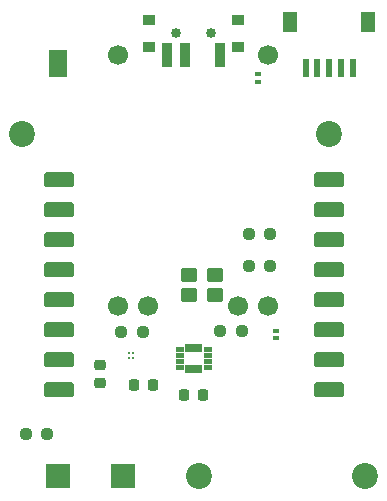
<source format=gts>
G04 #@! TF.GenerationSoftware,KiCad,Pcbnew,9.0.2*
G04 #@! TF.CreationDate,2025-06-20T18:51:21-07:00*
G04 #@! TF.ProjectId,slime_tracker,736c696d-655f-4747-9261-636b65722e6b,rev?*
G04 #@! TF.SameCoordinates,Original*
G04 #@! TF.FileFunction,Soldermask,Top*
G04 #@! TF.FilePolarity,Negative*
%FSLAX46Y46*%
G04 Gerber Fmt 4.6, Leading zero omitted, Abs format (unit mm)*
G04 Created by KiCad (PCBNEW 9.0.2) date 2025-06-20 18:51:21*
%MOMM*%
%LPD*%
G01*
G04 APERTURE LIST*
G04 Aperture macros list*
%AMRoundRect*
0 Rectangle with rounded corners*
0 $1 Rounding radius*
0 $2 $3 $4 $5 $6 $7 $8 $9 X,Y pos of 4 corners*
0 Add a 4 corners polygon primitive as box body*
4,1,4,$2,$3,$4,$5,$6,$7,$8,$9,$2,$3,0*
0 Add four circle primitives for the rounded corners*
1,1,$1+$1,$2,$3*
1,1,$1+$1,$4,$5*
1,1,$1+$1,$6,$7*
1,1,$1+$1,$8,$9*
0 Add four rect primitives between the rounded corners*
20,1,$1+$1,$2,$3,$4,$5,0*
20,1,$1+$1,$4,$5,$6,$7,0*
20,1,$1+$1,$6,$7,$8,$9,0*
20,1,$1+$1,$8,$9,$2,$3,0*%
G04 Aperture macros list end*
%ADD10C,0.010000*%
%ADD11RoundRect,0.250000X0.450000X0.350000X-0.450000X0.350000X-0.450000X-0.350000X0.450000X-0.350000X0*%
%ADD12RoundRect,0.190500X-1.079500X-0.444500X1.079500X-0.444500X1.079500X0.444500X-1.079500X0.444500X0*%
%ADD13C,1.700000*%
%ADD14R,2.000000X2.000000*%
%ADD15RoundRect,0.237500X0.250000X0.237500X-0.250000X0.237500X-0.250000X-0.237500X0.250000X-0.237500X0*%
%ADD16RoundRect,0.237500X-0.250000X-0.237500X0.250000X-0.237500X0.250000X0.237500X-0.250000X0.237500X0*%
%ADD17R,1.100000X0.930000*%
%ADD18R,0.900000X2.000000*%
%ADD19C,0.850000*%
%ADD20RoundRect,0.225000X0.225000X0.250000X-0.225000X0.250000X-0.225000X-0.250000X0.225000X-0.250000X0*%
%ADD21RoundRect,0.225000X-0.250000X0.225000X-0.250000X-0.225000X0.250000X-0.225000X0.250000X0.225000X0*%
%ADD22C,0.250000*%
%ADD23R,1.500000X1.000000*%
%ADD24R,0.600000X0.400000*%
%ADD25C,2.200000*%
%ADD26R,0.600000X1.550000*%
%ADD27R,1.200000X1.800000*%
G04 APERTURE END LIST*
D10*
X141450000Y-100425000D02*
X140875000Y-100425000D01*
X140875000Y-100075000D01*
X141450000Y-100075000D01*
X141450000Y-100425000D01*
G36*
X141450000Y-100425000D02*
G01*
X140875000Y-100425000D01*
X140875000Y-100075000D01*
X141450000Y-100075000D01*
X141450000Y-100425000D01*
G37*
X141450000Y-99925000D02*
X140875000Y-99925000D01*
X140875000Y-99575000D01*
X141450000Y-99575000D01*
X141450000Y-99925000D01*
G36*
X141450000Y-99925000D02*
G01*
X140875000Y-99925000D01*
X140875000Y-99575000D01*
X141450000Y-99575000D01*
X141450000Y-99925000D01*
G37*
X141450000Y-99425000D02*
X140875000Y-99425000D01*
X140875000Y-99075000D01*
X141450000Y-99075000D01*
X141450000Y-99425000D01*
G36*
X141450000Y-99425000D02*
G01*
X140875000Y-99425000D01*
X140875000Y-99075000D01*
X141450000Y-99075000D01*
X141450000Y-99425000D01*
G37*
X141450000Y-98925000D02*
X140875000Y-98925000D01*
X140875000Y-98575000D01*
X141450000Y-98575000D01*
X141450000Y-98925000D01*
G36*
X141450000Y-98925000D02*
G01*
X140875000Y-98925000D01*
X140875000Y-98575000D01*
X141450000Y-98575000D01*
X141450000Y-98925000D01*
G37*
X140675000Y-100700000D02*
X140325000Y-100700000D01*
X140325000Y-100125000D01*
X140675000Y-100125000D01*
X140675000Y-100700000D01*
G36*
X140675000Y-100700000D02*
G01*
X140325000Y-100700000D01*
X140325000Y-100125000D01*
X140675000Y-100125000D01*
X140675000Y-100700000D01*
G37*
X140675000Y-98875000D02*
X140325000Y-98875000D01*
X140325000Y-98300000D01*
X140675000Y-98300000D01*
X140675000Y-98875000D01*
G36*
X140675000Y-98875000D02*
G01*
X140325000Y-98875000D01*
X140325000Y-98300000D01*
X140675000Y-98300000D01*
X140675000Y-98875000D01*
G37*
X140175000Y-100700000D02*
X139825000Y-100700000D01*
X139825000Y-100125000D01*
X140175000Y-100125000D01*
X140175000Y-100700000D01*
G36*
X140175000Y-100700000D02*
G01*
X139825000Y-100700000D01*
X139825000Y-100125000D01*
X140175000Y-100125000D01*
X140175000Y-100700000D01*
G37*
X140175000Y-98875000D02*
X139825000Y-98875000D01*
X139825000Y-98300000D01*
X140175000Y-98300000D01*
X140175000Y-98875000D01*
G36*
X140175000Y-98875000D02*
G01*
X139825000Y-98875000D01*
X139825000Y-98300000D01*
X140175000Y-98300000D01*
X140175000Y-98875000D01*
G37*
X139675000Y-100700000D02*
X139325000Y-100700000D01*
X139325000Y-100125000D01*
X139675000Y-100125000D01*
X139675000Y-100700000D01*
G36*
X139675000Y-100700000D02*
G01*
X139325000Y-100700000D01*
X139325000Y-100125000D01*
X139675000Y-100125000D01*
X139675000Y-100700000D01*
G37*
X139675000Y-98875000D02*
X139325000Y-98875000D01*
X139325000Y-98300000D01*
X139675000Y-98300000D01*
X139675000Y-98875000D01*
G36*
X139675000Y-98875000D02*
G01*
X139325000Y-98875000D01*
X139325000Y-98300000D01*
X139675000Y-98300000D01*
X139675000Y-98875000D01*
G37*
X139125000Y-100425000D02*
X138550000Y-100425000D01*
X138550000Y-100075000D01*
X139125000Y-100075000D01*
X139125000Y-100425000D01*
G36*
X139125000Y-100425000D02*
G01*
X138550000Y-100425000D01*
X138550000Y-100075000D01*
X139125000Y-100075000D01*
X139125000Y-100425000D01*
G37*
X139125000Y-99925000D02*
X138550000Y-99925000D01*
X138550000Y-99575000D01*
X139125000Y-99575000D01*
X139125000Y-99925000D01*
G36*
X139125000Y-99925000D02*
G01*
X138550000Y-99925000D01*
X138550000Y-99575000D01*
X139125000Y-99575000D01*
X139125000Y-99925000D01*
G37*
X139125000Y-99425000D02*
X138550000Y-99425000D01*
X138550000Y-99075000D01*
X139125000Y-99075000D01*
X139125000Y-99425000D01*
G36*
X139125000Y-99425000D02*
G01*
X138550000Y-99425000D01*
X138550000Y-99075000D01*
X139125000Y-99075000D01*
X139125000Y-99425000D01*
G37*
X139125000Y-98925000D02*
X138550000Y-98925000D01*
X138550000Y-98575000D01*
X139125000Y-98575000D01*
X139125000Y-98925000D01*
G36*
X139125000Y-98925000D02*
G01*
X138550000Y-98925000D01*
X138550000Y-98575000D01*
X139125000Y-98575000D01*
X139125000Y-98925000D01*
G37*
G36*
X129250000Y-74400000D02*
G01*
X127750000Y-74400000D01*
X127750000Y-74700000D01*
X129250000Y-74700000D01*
X129250000Y-74400000D01*
G37*
D11*
X141800000Y-92450000D03*
X139600000Y-92450000D03*
X139600000Y-94150000D03*
X141800000Y-94150000D03*
D12*
X151470000Y-102220000D03*
X151470000Y-99680000D03*
X151470000Y-97140000D03*
X151470000Y-94600000D03*
X151470000Y-92060000D03*
X151470000Y-89520000D03*
X151470000Y-86980000D03*
X151470000Y-84440000D03*
X128610000Y-102220000D03*
X128610000Y-99680000D03*
X128610000Y-97140000D03*
X128610000Y-94600000D03*
X128610000Y-92060000D03*
X128610000Y-89520000D03*
X128610000Y-86980000D03*
X128610000Y-84440000D03*
D13*
X146350000Y-73840000D03*
X133650000Y-73840000D03*
X146350000Y-95110000D03*
X143810000Y-95110000D03*
X136190000Y-95110000D03*
X133650000Y-95110000D03*
D14*
X134000000Y-109500000D03*
D15*
X125787500Y-105900000D03*
X127612500Y-105900000D03*
D16*
X146500000Y-91750000D03*
X144675000Y-91750000D03*
X146500000Y-89000000D03*
X144675000Y-89000000D03*
D15*
X142287500Y-97200000D03*
X144112500Y-97200000D03*
D16*
X135725000Y-97300000D03*
X133900000Y-97300000D03*
D17*
X143800000Y-73140000D03*
X143800000Y-70870000D03*
X136200000Y-70870000D03*
X136200000Y-73140000D03*
D18*
X137750000Y-73850000D03*
X139250000Y-73850000D03*
X142250000Y-73850000D03*
D19*
X138500000Y-72000000D03*
X141500000Y-72000000D03*
D20*
X135000000Y-101800000D03*
X136550000Y-101800000D03*
X139225000Y-102600000D03*
X140775000Y-102600000D03*
D21*
X132100000Y-101650000D03*
X132100000Y-100100000D03*
D22*
X134900000Y-99500000D03*
X134500000Y-99500000D03*
X134900000Y-99100000D03*
X134500000Y-99100000D03*
D23*
X128500000Y-73900000D03*
X128500000Y-75200000D03*
D24*
X147000000Y-97820000D03*
X147000000Y-97180000D03*
X145500000Y-76120000D03*
X145500000Y-75480000D03*
D25*
X125500000Y-80500000D03*
D26*
X153500000Y-74940000D03*
X152500000Y-74940000D03*
X151500000Y-74940000D03*
X150500000Y-74940000D03*
X149500000Y-74940000D03*
D27*
X154800000Y-71060000D03*
X148200000Y-71060000D03*
D14*
X128500000Y-109500000D03*
D25*
X151500000Y-80500000D03*
X154500000Y-109500000D03*
X140500000Y-109500000D03*
M02*

</source>
